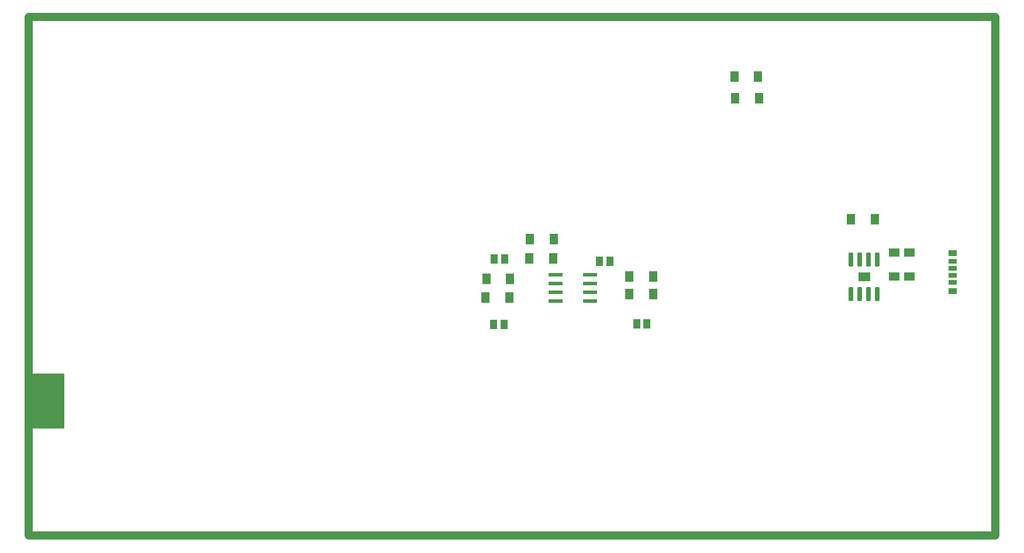
<source format=gbp>
G04 Layer_Color=128*
%FSLAX44Y44*%
%MOMM*%
G71*
G01*
G75*
%ADD12R,1.2500X1.5000*%
%ADD16R,1.5000X1.2500*%
%ADD23R,1.1000X1.4000*%
%ADD49C,1.2000*%
G04:AMPARAMS|DCode=77|XSize=1.97mm|YSize=0.6mm|CornerRadius=0.075mm|HoleSize=0mm|Usage=FLASHONLY|Rotation=270.000|XOffset=0mm|YOffset=0mm|HoleType=Round|Shape=RoundedRectangle|*
%AMROUNDEDRECTD77*
21,1,1.9700,0.4500,0,0,270.0*
21,1,1.8200,0.6000,0,0,270.0*
1,1,0.1500,-0.2250,-0.9100*
1,1,0.1500,-0.2250,0.9100*
1,1,0.1500,0.2250,0.9100*
1,1,0.1500,0.2250,-0.9100*
%
%ADD77ROUNDEDRECTD77*%
%ADD78R,1.1500X0.7000*%
%ADD79R,1.1500X0.8000*%
%ADD80R,1.1500X0.9000*%
G04:AMPARAMS|DCode=81|XSize=1.97mm|YSize=0.57mm|CornerRadius=0.0712mm|HoleSize=0mm|Usage=FLASHONLY|Rotation=180.000|XOffset=0mm|YOffset=0mm|HoleType=Round|Shape=RoundedRectangle|*
%AMROUNDEDRECTD81*
21,1,1.9700,0.4275,0,0,180.0*
21,1,1.8275,0.5700,0,0,180.0*
1,1,0.1425,-0.9137,0.2137*
1,1,0.1425,0.9137,0.2137*
1,1,0.1425,0.9137,-0.2137*
1,1,0.1425,-0.9137,-0.2137*
%
%ADD81ROUNDEDRECTD81*%
%ADD82R,5.0000X8.0000*%
G36*
X1479200Y810550D02*
X1462800D01*
Y823450D01*
X1479200D01*
Y810550D01*
D02*
G37*
D12*
X1486000Y900000D02*
D03*
X1451500D02*
D03*
X1020250Y844000D02*
D03*
X985750D02*
D03*
X1165250Y817000D02*
D03*
X1130750D02*
D03*
X1165250Y792000D02*
D03*
X1130750D02*
D03*
X1021250Y872000D02*
D03*
X986750D02*
D03*
X957250Y787000D02*
D03*
X922750D02*
D03*
X958250Y814000D02*
D03*
X923750D02*
D03*
X1283750Y1076000D02*
D03*
X1318250D02*
D03*
X1282750Y1107000D02*
D03*
X1317250D02*
D03*
D16*
X1514000Y817750D02*
D03*
Y852250D02*
D03*
X1536000Y817750D02*
D03*
Y852250D02*
D03*
D23*
X935500Y843000D02*
D03*
X950500D02*
D03*
X1156500Y749000D02*
D03*
X1141500D02*
D03*
X1087500Y839000D02*
D03*
X1102500D02*
D03*
X934500Y748000D02*
D03*
X949500D02*
D03*
D49*
X261000Y442000D02*
X261000Y1193000D01*
X1661000Y1193000D01*
X1661000Y442000D02*
X1661000Y1193000D01*
X261000Y442000D02*
X1661000Y442000D01*
D77*
X1451950Y792250D02*
D03*
X1464650D02*
D03*
X1477350D02*
D03*
X1490050D02*
D03*
Y841750D02*
D03*
X1477350D02*
D03*
X1464650D02*
D03*
X1451950D02*
D03*
D78*
X1599000Y819000D02*
D03*
Y829000D02*
D03*
D79*
Y839200D02*
D03*
Y808800D02*
D03*
D80*
Y851500D02*
D03*
Y796500D02*
D03*
D81*
X1073750Y820050D02*
D03*
Y807350D02*
D03*
Y794650D02*
D03*
Y781950D02*
D03*
X1024250D02*
D03*
Y794650D02*
D03*
Y807350D02*
D03*
Y820050D02*
D03*
D82*
X288000Y637000D02*
D03*
M02*

</source>
